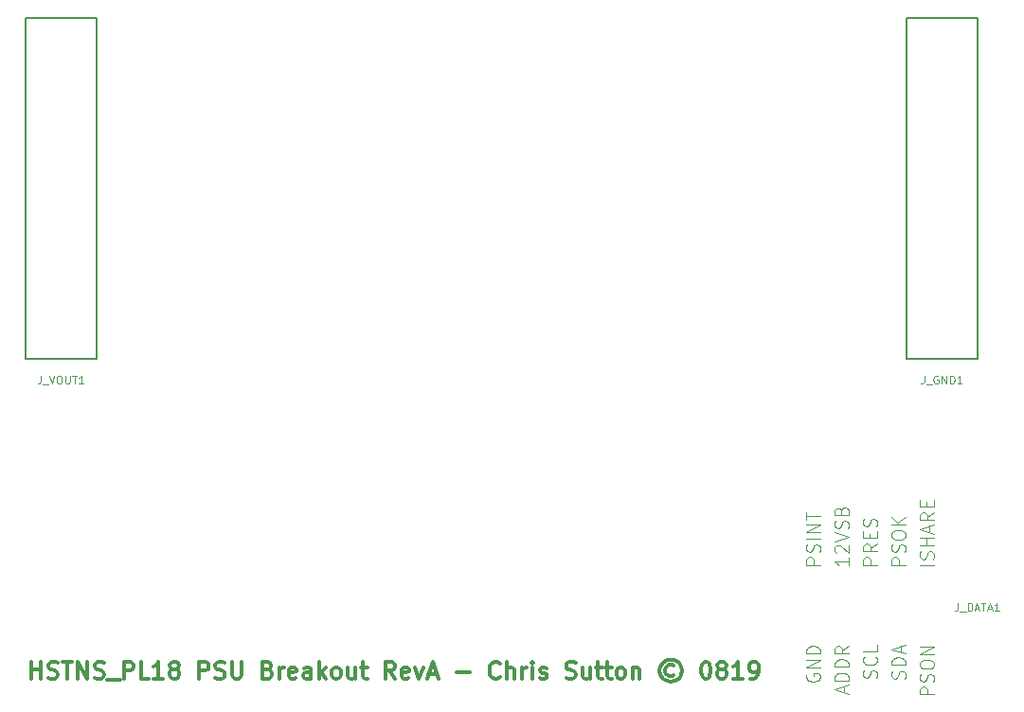
<source format=gbr>
G04 #@! TF.GenerationSoftware,KiCad,Pcbnew,(5.0.0-3-g5ebb6b6)*
G04 #@! TF.CreationDate,2019-02-22T02:30:13+00:00*
G04 #@! TF.ProjectId,ServerPSU_Breakout,5365727665725053555F427265616B6F,rev?*
G04 #@! TF.SameCoordinates,Original*
G04 #@! TF.FileFunction,Legend,Top*
G04 #@! TF.FilePolarity,Positive*
%FSLAX46Y46*%
G04 Gerber Fmt 4.6, Leading zero omitted, Abs format (unit mm)*
G04 Created by KiCad (PCBNEW (5.0.0-3-g5ebb6b6)) date Friday, 22 February 2019 at 02:30:13*
%MOMM*%
%LPD*%
G01*
G04 APERTURE LIST*
%ADD10C,0.300000*%
%ADD11C,0.100000*%
%ADD12C,0.150000*%
G04 APERTURE END LIST*
D10*
X109140714Y-112438571D02*
X109140714Y-110938571D01*
X109140714Y-111652857D02*
X109997857Y-111652857D01*
X109997857Y-112438571D02*
X109997857Y-110938571D01*
X110640714Y-112367142D02*
X110855000Y-112438571D01*
X111212142Y-112438571D01*
X111355000Y-112367142D01*
X111426428Y-112295714D01*
X111497857Y-112152857D01*
X111497857Y-112010000D01*
X111426428Y-111867142D01*
X111355000Y-111795714D01*
X111212142Y-111724285D01*
X110926428Y-111652857D01*
X110783571Y-111581428D01*
X110712142Y-111510000D01*
X110640714Y-111367142D01*
X110640714Y-111224285D01*
X110712142Y-111081428D01*
X110783571Y-111010000D01*
X110926428Y-110938571D01*
X111283571Y-110938571D01*
X111497857Y-111010000D01*
X111926428Y-110938571D02*
X112783571Y-110938571D01*
X112355000Y-112438571D02*
X112355000Y-110938571D01*
X113283571Y-112438571D02*
X113283571Y-110938571D01*
X114140714Y-112438571D01*
X114140714Y-110938571D01*
X114783571Y-112367142D02*
X114997857Y-112438571D01*
X115355000Y-112438571D01*
X115497857Y-112367142D01*
X115569285Y-112295714D01*
X115640714Y-112152857D01*
X115640714Y-112010000D01*
X115569285Y-111867142D01*
X115497857Y-111795714D01*
X115355000Y-111724285D01*
X115069285Y-111652857D01*
X114926428Y-111581428D01*
X114855000Y-111510000D01*
X114783571Y-111367142D01*
X114783571Y-111224285D01*
X114855000Y-111081428D01*
X114926428Y-111010000D01*
X115069285Y-110938571D01*
X115426428Y-110938571D01*
X115640714Y-111010000D01*
X115926428Y-112581428D02*
X117069285Y-112581428D01*
X117426428Y-112438571D02*
X117426428Y-110938571D01*
X117997857Y-110938571D01*
X118140714Y-111010000D01*
X118212142Y-111081428D01*
X118283571Y-111224285D01*
X118283571Y-111438571D01*
X118212142Y-111581428D01*
X118140714Y-111652857D01*
X117997857Y-111724285D01*
X117426428Y-111724285D01*
X119640714Y-112438571D02*
X118926428Y-112438571D01*
X118926428Y-110938571D01*
X120926428Y-112438571D02*
X120069285Y-112438571D01*
X120497857Y-112438571D02*
X120497857Y-110938571D01*
X120355000Y-111152857D01*
X120212142Y-111295714D01*
X120069285Y-111367142D01*
X121783571Y-111581428D02*
X121640714Y-111510000D01*
X121569285Y-111438571D01*
X121497857Y-111295714D01*
X121497857Y-111224285D01*
X121569285Y-111081428D01*
X121640714Y-111010000D01*
X121783571Y-110938571D01*
X122069285Y-110938571D01*
X122212142Y-111010000D01*
X122283571Y-111081428D01*
X122355000Y-111224285D01*
X122355000Y-111295714D01*
X122283571Y-111438571D01*
X122212142Y-111510000D01*
X122069285Y-111581428D01*
X121783571Y-111581428D01*
X121640714Y-111652857D01*
X121569285Y-111724285D01*
X121497857Y-111867142D01*
X121497857Y-112152857D01*
X121569285Y-112295714D01*
X121640714Y-112367142D01*
X121783571Y-112438571D01*
X122069285Y-112438571D01*
X122212142Y-112367142D01*
X122283571Y-112295714D01*
X122355000Y-112152857D01*
X122355000Y-111867142D01*
X122283571Y-111724285D01*
X122212142Y-111652857D01*
X122069285Y-111581428D01*
X124140714Y-112438571D02*
X124140714Y-110938571D01*
X124712142Y-110938571D01*
X124855000Y-111010000D01*
X124926428Y-111081428D01*
X124997857Y-111224285D01*
X124997857Y-111438571D01*
X124926428Y-111581428D01*
X124855000Y-111652857D01*
X124712142Y-111724285D01*
X124140714Y-111724285D01*
X125569285Y-112367142D02*
X125783571Y-112438571D01*
X126140714Y-112438571D01*
X126283571Y-112367142D01*
X126355000Y-112295714D01*
X126426428Y-112152857D01*
X126426428Y-112010000D01*
X126355000Y-111867142D01*
X126283571Y-111795714D01*
X126140714Y-111724285D01*
X125855000Y-111652857D01*
X125712142Y-111581428D01*
X125640714Y-111510000D01*
X125569285Y-111367142D01*
X125569285Y-111224285D01*
X125640714Y-111081428D01*
X125712142Y-111010000D01*
X125855000Y-110938571D01*
X126212142Y-110938571D01*
X126426428Y-111010000D01*
X127069285Y-110938571D02*
X127069285Y-112152857D01*
X127140714Y-112295714D01*
X127212142Y-112367142D01*
X127355000Y-112438571D01*
X127640714Y-112438571D01*
X127783571Y-112367142D01*
X127855000Y-112295714D01*
X127926428Y-112152857D01*
X127926428Y-110938571D01*
X130283571Y-111652857D02*
X130497857Y-111724285D01*
X130569285Y-111795714D01*
X130640714Y-111938571D01*
X130640714Y-112152857D01*
X130569285Y-112295714D01*
X130497857Y-112367142D01*
X130355000Y-112438571D01*
X129783571Y-112438571D01*
X129783571Y-110938571D01*
X130283571Y-110938571D01*
X130426428Y-111010000D01*
X130497857Y-111081428D01*
X130569285Y-111224285D01*
X130569285Y-111367142D01*
X130497857Y-111510000D01*
X130426428Y-111581428D01*
X130283571Y-111652857D01*
X129783571Y-111652857D01*
X131283571Y-112438571D02*
X131283571Y-111438571D01*
X131283571Y-111724285D02*
X131355000Y-111581428D01*
X131426428Y-111510000D01*
X131569285Y-111438571D01*
X131712142Y-111438571D01*
X132783571Y-112367142D02*
X132640714Y-112438571D01*
X132355000Y-112438571D01*
X132212142Y-112367142D01*
X132140714Y-112224285D01*
X132140714Y-111652857D01*
X132212142Y-111510000D01*
X132355000Y-111438571D01*
X132640714Y-111438571D01*
X132783571Y-111510000D01*
X132855000Y-111652857D01*
X132855000Y-111795714D01*
X132140714Y-111938571D01*
X134140714Y-112438571D02*
X134140714Y-111652857D01*
X134069285Y-111510000D01*
X133926428Y-111438571D01*
X133640714Y-111438571D01*
X133497857Y-111510000D01*
X134140714Y-112367142D02*
X133997857Y-112438571D01*
X133640714Y-112438571D01*
X133497857Y-112367142D01*
X133426428Y-112224285D01*
X133426428Y-112081428D01*
X133497857Y-111938571D01*
X133640714Y-111867142D01*
X133997857Y-111867142D01*
X134140714Y-111795714D01*
X134855000Y-112438571D02*
X134855000Y-110938571D01*
X134997857Y-111867142D02*
X135426428Y-112438571D01*
X135426428Y-111438571D02*
X134855000Y-112010000D01*
X136283571Y-112438571D02*
X136140714Y-112367142D01*
X136069285Y-112295714D01*
X135997857Y-112152857D01*
X135997857Y-111724285D01*
X136069285Y-111581428D01*
X136140714Y-111510000D01*
X136283571Y-111438571D01*
X136497857Y-111438571D01*
X136640714Y-111510000D01*
X136712142Y-111581428D01*
X136783571Y-111724285D01*
X136783571Y-112152857D01*
X136712142Y-112295714D01*
X136640714Y-112367142D01*
X136497857Y-112438571D01*
X136283571Y-112438571D01*
X138069285Y-111438571D02*
X138069285Y-112438571D01*
X137426428Y-111438571D02*
X137426428Y-112224285D01*
X137497857Y-112367142D01*
X137640714Y-112438571D01*
X137855000Y-112438571D01*
X137997857Y-112367142D01*
X138069285Y-112295714D01*
X138569285Y-111438571D02*
X139140714Y-111438571D01*
X138783571Y-110938571D02*
X138783571Y-112224285D01*
X138855000Y-112367142D01*
X138997857Y-112438571D01*
X139140714Y-112438571D01*
X141640714Y-112438571D02*
X141140714Y-111724285D01*
X140783571Y-112438571D02*
X140783571Y-110938571D01*
X141355000Y-110938571D01*
X141497857Y-111010000D01*
X141569285Y-111081428D01*
X141640714Y-111224285D01*
X141640714Y-111438571D01*
X141569285Y-111581428D01*
X141497857Y-111652857D01*
X141355000Y-111724285D01*
X140783571Y-111724285D01*
X142855000Y-112367142D02*
X142712142Y-112438571D01*
X142426428Y-112438571D01*
X142283571Y-112367142D01*
X142212142Y-112224285D01*
X142212142Y-111652857D01*
X142283571Y-111510000D01*
X142426428Y-111438571D01*
X142712142Y-111438571D01*
X142855000Y-111510000D01*
X142926428Y-111652857D01*
X142926428Y-111795714D01*
X142212142Y-111938571D01*
X143426428Y-111438571D02*
X143783571Y-112438571D01*
X144140714Y-111438571D01*
X144640714Y-112010000D02*
X145355000Y-112010000D01*
X144497857Y-112438571D02*
X144997857Y-110938571D01*
X145497857Y-112438571D01*
X147140714Y-111867142D02*
X148283571Y-111867142D01*
X150997857Y-112295714D02*
X150926428Y-112367142D01*
X150712142Y-112438571D01*
X150569285Y-112438571D01*
X150355000Y-112367142D01*
X150212142Y-112224285D01*
X150140714Y-112081428D01*
X150069285Y-111795714D01*
X150069285Y-111581428D01*
X150140714Y-111295714D01*
X150212142Y-111152857D01*
X150355000Y-111010000D01*
X150569285Y-110938571D01*
X150712142Y-110938571D01*
X150926428Y-111010000D01*
X150997857Y-111081428D01*
X151640714Y-112438571D02*
X151640714Y-110938571D01*
X152283571Y-112438571D02*
X152283571Y-111652857D01*
X152212142Y-111510000D01*
X152069285Y-111438571D01*
X151855000Y-111438571D01*
X151712142Y-111510000D01*
X151640714Y-111581428D01*
X152997857Y-112438571D02*
X152997857Y-111438571D01*
X152997857Y-111724285D02*
X153069285Y-111581428D01*
X153140714Y-111510000D01*
X153283571Y-111438571D01*
X153426428Y-111438571D01*
X153926428Y-112438571D02*
X153926428Y-111438571D01*
X153926428Y-110938571D02*
X153855000Y-111010000D01*
X153926428Y-111081428D01*
X153997857Y-111010000D01*
X153926428Y-110938571D01*
X153926428Y-111081428D01*
X154569285Y-112367142D02*
X154712142Y-112438571D01*
X154997857Y-112438571D01*
X155140714Y-112367142D01*
X155212142Y-112224285D01*
X155212142Y-112152857D01*
X155140714Y-112010000D01*
X154997857Y-111938571D01*
X154783571Y-111938571D01*
X154640714Y-111867142D01*
X154569285Y-111724285D01*
X154569285Y-111652857D01*
X154640714Y-111510000D01*
X154783571Y-111438571D01*
X154997857Y-111438571D01*
X155140714Y-111510000D01*
X156926428Y-112367142D02*
X157140714Y-112438571D01*
X157497857Y-112438571D01*
X157640714Y-112367142D01*
X157712142Y-112295714D01*
X157783571Y-112152857D01*
X157783571Y-112010000D01*
X157712142Y-111867142D01*
X157640714Y-111795714D01*
X157497857Y-111724285D01*
X157212142Y-111652857D01*
X157069285Y-111581428D01*
X156997857Y-111510000D01*
X156926428Y-111367142D01*
X156926428Y-111224285D01*
X156997857Y-111081428D01*
X157069285Y-111010000D01*
X157212142Y-110938571D01*
X157569285Y-110938571D01*
X157783571Y-111010000D01*
X159069285Y-111438571D02*
X159069285Y-112438571D01*
X158426428Y-111438571D02*
X158426428Y-112224285D01*
X158497857Y-112367142D01*
X158640714Y-112438571D01*
X158855000Y-112438571D01*
X158997857Y-112367142D01*
X159069285Y-112295714D01*
X159569285Y-111438571D02*
X160140714Y-111438571D01*
X159783571Y-110938571D02*
X159783571Y-112224285D01*
X159855000Y-112367142D01*
X159997857Y-112438571D01*
X160140714Y-112438571D01*
X160426428Y-111438571D02*
X160997857Y-111438571D01*
X160640714Y-110938571D02*
X160640714Y-112224285D01*
X160712142Y-112367142D01*
X160855000Y-112438571D01*
X160997857Y-112438571D01*
X161712142Y-112438571D02*
X161569285Y-112367142D01*
X161497857Y-112295714D01*
X161426428Y-112152857D01*
X161426428Y-111724285D01*
X161497857Y-111581428D01*
X161569285Y-111510000D01*
X161712142Y-111438571D01*
X161926428Y-111438571D01*
X162069285Y-111510000D01*
X162140714Y-111581428D01*
X162212142Y-111724285D01*
X162212142Y-112152857D01*
X162140714Y-112295714D01*
X162069285Y-112367142D01*
X161926428Y-112438571D01*
X161712142Y-112438571D01*
X162855000Y-111438571D02*
X162855000Y-112438571D01*
X162855000Y-111581428D02*
X162926428Y-111510000D01*
X163069285Y-111438571D01*
X163283571Y-111438571D01*
X163426428Y-111510000D01*
X163497857Y-111652857D01*
X163497857Y-112438571D01*
X166569285Y-111295714D02*
X166426428Y-111224285D01*
X166140714Y-111224285D01*
X165997857Y-111295714D01*
X165855000Y-111438571D01*
X165783571Y-111581428D01*
X165783571Y-111867142D01*
X165855000Y-112010000D01*
X165997857Y-112152857D01*
X166140714Y-112224285D01*
X166426428Y-112224285D01*
X166569285Y-112152857D01*
X166283571Y-110724285D02*
X165926428Y-110795714D01*
X165569285Y-111010000D01*
X165355000Y-111367142D01*
X165283571Y-111724285D01*
X165355000Y-112081428D01*
X165569285Y-112438571D01*
X165926428Y-112652857D01*
X166283571Y-112724285D01*
X166640714Y-112652857D01*
X166997857Y-112438571D01*
X167212142Y-112081428D01*
X167283571Y-111724285D01*
X167212142Y-111367142D01*
X166997857Y-111010000D01*
X166640714Y-110795714D01*
X166283571Y-110724285D01*
X169355000Y-110938571D02*
X169497857Y-110938571D01*
X169640714Y-111010000D01*
X169712142Y-111081428D01*
X169783571Y-111224285D01*
X169855000Y-111510000D01*
X169855000Y-111867142D01*
X169783571Y-112152857D01*
X169712142Y-112295714D01*
X169640714Y-112367142D01*
X169497857Y-112438571D01*
X169355000Y-112438571D01*
X169212142Y-112367142D01*
X169140714Y-112295714D01*
X169069285Y-112152857D01*
X168997857Y-111867142D01*
X168997857Y-111510000D01*
X169069285Y-111224285D01*
X169140714Y-111081428D01*
X169212142Y-111010000D01*
X169355000Y-110938571D01*
X170712142Y-111581428D02*
X170569285Y-111510000D01*
X170497857Y-111438571D01*
X170426428Y-111295714D01*
X170426428Y-111224285D01*
X170497857Y-111081428D01*
X170569285Y-111010000D01*
X170712142Y-110938571D01*
X170997857Y-110938571D01*
X171140714Y-111010000D01*
X171212142Y-111081428D01*
X171283571Y-111224285D01*
X171283571Y-111295714D01*
X171212142Y-111438571D01*
X171140714Y-111510000D01*
X170997857Y-111581428D01*
X170712142Y-111581428D01*
X170569285Y-111652857D01*
X170497857Y-111724285D01*
X170426428Y-111867142D01*
X170426428Y-112152857D01*
X170497857Y-112295714D01*
X170569285Y-112367142D01*
X170712142Y-112438571D01*
X170997857Y-112438571D01*
X171140714Y-112367142D01*
X171212142Y-112295714D01*
X171283571Y-112152857D01*
X171283571Y-111867142D01*
X171212142Y-111724285D01*
X171140714Y-111652857D01*
X170997857Y-111581428D01*
X172712142Y-112438571D02*
X171855000Y-112438571D01*
X172283571Y-112438571D02*
X172283571Y-110938571D01*
X172140714Y-111152857D01*
X171997857Y-111295714D01*
X171855000Y-111367142D01*
X173426428Y-112438571D02*
X173712142Y-112438571D01*
X173855000Y-112367142D01*
X173926428Y-112295714D01*
X174069285Y-112081428D01*
X174140714Y-111795714D01*
X174140714Y-111224285D01*
X174069285Y-111081428D01*
X173997857Y-111010000D01*
X173855000Y-110938571D01*
X173569285Y-110938571D01*
X173426428Y-111010000D01*
X173355000Y-111081428D01*
X173283571Y-111224285D01*
X173283571Y-111581428D01*
X173355000Y-111724285D01*
X173426428Y-111795714D01*
X173569285Y-111867142D01*
X173855000Y-111867142D01*
X173997857Y-111795714D01*
X174069285Y-111724285D01*
X174140714Y-111581428D01*
D11*
X189772857Y-113856428D02*
X188572857Y-113856428D01*
X188572857Y-113399285D01*
X188630000Y-113285000D01*
X188687142Y-113227857D01*
X188801428Y-113170714D01*
X188972857Y-113170714D01*
X189087142Y-113227857D01*
X189144285Y-113285000D01*
X189201428Y-113399285D01*
X189201428Y-113856428D01*
X189715714Y-112713571D02*
X189772857Y-112542142D01*
X189772857Y-112256428D01*
X189715714Y-112142142D01*
X189658571Y-112085000D01*
X189544285Y-112027857D01*
X189430000Y-112027857D01*
X189315714Y-112085000D01*
X189258571Y-112142142D01*
X189201428Y-112256428D01*
X189144285Y-112485000D01*
X189087142Y-112599285D01*
X189030000Y-112656428D01*
X188915714Y-112713571D01*
X188801428Y-112713571D01*
X188687142Y-112656428D01*
X188630000Y-112599285D01*
X188572857Y-112485000D01*
X188572857Y-112199285D01*
X188630000Y-112027857D01*
X188572857Y-111285000D02*
X188572857Y-111056428D01*
X188630000Y-110942142D01*
X188744285Y-110827857D01*
X188972857Y-110770714D01*
X189372857Y-110770714D01*
X189601428Y-110827857D01*
X189715714Y-110942142D01*
X189772857Y-111056428D01*
X189772857Y-111285000D01*
X189715714Y-111399285D01*
X189601428Y-111513571D01*
X189372857Y-111570714D01*
X188972857Y-111570714D01*
X188744285Y-111513571D01*
X188630000Y-111399285D01*
X188572857Y-111285000D01*
X189772857Y-110256428D02*
X188572857Y-110256428D01*
X189772857Y-109570714D01*
X188572857Y-109570714D01*
X189772857Y-102265285D02*
X188572857Y-102265285D01*
X189715714Y-101751000D02*
X189772857Y-101579571D01*
X189772857Y-101293857D01*
X189715714Y-101179571D01*
X189658571Y-101122428D01*
X189544285Y-101065285D01*
X189430000Y-101065285D01*
X189315714Y-101122428D01*
X189258571Y-101179571D01*
X189201428Y-101293857D01*
X189144285Y-101522428D01*
X189087142Y-101636714D01*
X189030000Y-101693857D01*
X188915714Y-101751000D01*
X188801428Y-101751000D01*
X188687142Y-101693857D01*
X188630000Y-101636714D01*
X188572857Y-101522428D01*
X188572857Y-101236714D01*
X188630000Y-101065285D01*
X189772857Y-100551000D02*
X188572857Y-100551000D01*
X189144285Y-100551000D02*
X189144285Y-99865285D01*
X189772857Y-99865285D02*
X188572857Y-99865285D01*
X189430000Y-99351000D02*
X189430000Y-98779571D01*
X189772857Y-99465285D02*
X188572857Y-99065285D01*
X189772857Y-98665285D01*
X189772857Y-97579571D02*
X189201428Y-97979571D01*
X189772857Y-98265285D02*
X188572857Y-98265285D01*
X188572857Y-97808142D01*
X188630000Y-97693857D01*
X188687142Y-97636714D01*
X188801428Y-97579571D01*
X188972857Y-97579571D01*
X189087142Y-97636714D01*
X189144285Y-97693857D01*
X189201428Y-97808142D01*
X189201428Y-98265285D01*
X189144285Y-97065285D02*
X189144285Y-96665285D01*
X189772857Y-96493857D02*
X189772857Y-97065285D01*
X188572857Y-97065285D01*
X188572857Y-96493857D01*
X187232857Y-102265285D02*
X186032857Y-102265285D01*
X186032857Y-101808142D01*
X186090000Y-101693857D01*
X186147142Y-101636714D01*
X186261428Y-101579571D01*
X186432857Y-101579571D01*
X186547142Y-101636714D01*
X186604285Y-101693857D01*
X186661428Y-101808142D01*
X186661428Y-102265285D01*
X187175714Y-101122428D02*
X187232857Y-100951000D01*
X187232857Y-100665285D01*
X187175714Y-100551000D01*
X187118571Y-100493857D01*
X187004285Y-100436714D01*
X186890000Y-100436714D01*
X186775714Y-100493857D01*
X186718571Y-100551000D01*
X186661428Y-100665285D01*
X186604285Y-100893857D01*
X186547142Y-101008142D01*
X186490000Y-101065285D01*
X186375714Y-101122428D01*
X186261428Y-101122428D01*
X186147142Y-101065285D01*
X186090000Y-101008142D01*
X186032857Y-100893857D01*
X186032857Y-100608142D01*
X186090000Y-100436714D01*
X186032857Y-99693857D02*
X186032857Y-99465285D01*
X186090000Y-99351000D01*
X186204285Y-99236714D01*
X186432857Y-99179571D01*
X186832857Y-99179571D01*
X187061428Y-99236714D01*
X187175714Y-99351000D01*
X187232857Y-99465285D01*
X187232857Y-99693857D01*
X187175714Y-99808142D01*
X187061428Y-99922428D01*
X186832857Y-99979571D01*
X186432857Y-99979571D01*
X186204285Y-99922428D01*
X186090000Y-99808142D01*
X186032857Y-99693857D01*
X187232857Y-98665285D02*
X186032857Y-98665285D01*
X187232857Y-97979571D02*
X186547142Y-98493857D01*
X186032857Y-97979571D02*
X186718571Y-98665285D01*
X184692857Y-102265285D02*
X183492857Y-102265285D01*
X183492857Y-101808142D01*
X183550000Y-101693857D01*
X183607142Y-101636714D01*
X183721428Y-101579571D01*
X183892857Y-101579571D01*
X184007142Y-101636714D01*
X184064285Y-101693857D01*
X184121428Y-101808142D01*
X184121428Y-102265285D01*
X184692857Y-100379571D02*
X184121428Y-100779571D01*
X184692857Y-101065285D02*
X183492857Y-101065285D01*
X183492857Y-100608142D01*
X183550000Y-100493857D01*
X183607142Y-100436714D01*
X183721428Y-100379571D01*
X183892857Y-100379571D01*
X184007142Y-100436714D01*
X184064285Y-100493857D01*
X184121428Y-100608142D01*
X184121428Y-101065285D01*
X184064285Y-99865285D02*
X184064285Y-99465285D01*
X184692857Y-99293857D02*
X184692857Y-99865285D01*
X183492857Y-99865285D01*
X183492857Y-99293857D01*
X184635714Y-98836714D02*
X184692857Y-98665285D01*
X184692857Y-98379571D01*
X184635714Y-98265285D01*
X184578571Y-98208142D01*
X184464285Y-98151000D01*
X184350000Y-98151000D01*
X184235714Y-98208142D01*
X184178571Y-98265285D01*
X184121428Y-98379571D01*
X184064285Y-98608142D01*
X184007142Y-98722428D01*
X183950000Y-98779571D01*
X183835714Y-98836714D01*
X183721428Y-98836714D01*
X183607142Y-98779571D01*
X183550000Y-98722428D01*
X183492857Y-98608142D01*
X183492857Y-98322428D01*
X183550000Y-98151000D01*
X182152857Y-101636714D02*
X182152857Y-102322428D01*
X182152857Y-101979571D02*
X180952857Y-101979571D01*
X181124285Y-102093857D01*
X181238571Y-102208142D01*
X181295714Y-102322428D01*
X181067142Y-101179571D02*
X181010000Y-101122428D01*
X180952857Y-101008142D01*
X180952857Y-100722428D01*
X181010000Y-100608142D01*
X181067142Y-100551000D01*
X181181428Y-100493857D01*
X181295714Y-100493857D01*
X181467142Y-100551000D01*
X182152857Y-101236714D01*
X182152857Y-100493857D01*
X180952857Y-100151000D02*
X182152857Y-99751000D01*
X180952857Y-99351000D01*
X182095714Y-99008142D02*
X182152857Y-98836714D01*
X182152857Y-98551000D01*
X182095714Y-98436714D01*
X182038571Y-98379571D01*
X181924285Y-98322428D01*
X181810000Y-98322428D01*
X181695714Y-98379571D01*
X181638571Y-98436714D01*
X181581428Y-98551000D01*
X181524285Y-98779571D01*
X181467142Y-98893857D01*
X181410000Y-98951000D01*
X181295714Y-99008142D01*
X181181428Y-99008142D01*
X181067142Y-98951000D01*
X181010000Y-98893857D01*
X180952857Y-98779571D01*
X180952857Y-98493857D01*
X181010000Y-98322428D01*
X181524285Y-97408142D02*
X181581428Y-97236714D01*
X181638571Y-97179571D01*
X181752857Y-97122428D01*
X181924285Y-97122428D01*
X182038571Y-97179571D01*
X182095714Y-97236714D01*
X182152857Y-97351000D01*
X182152857Y-97808142D01*
X180952857Y-97808142D01*
X180952857Y-97408142D01*
X181010000Y-97293857D01*
X181067142Y-97236714D01*
X181181428Y-97179571D01*
X181295714Y-97179571D01*
X181410000Y-97236714D01*
X181467142Y-97293857D01*
X181524285Y-97408142D01*
X181524285Y-97808142D01*
X179612857Y-102265285D02*
X178412857Y-102265285D01*
X178412857Y-101808142D01*
X178470000Y-101693857D01*
X178527142Y-101636714D01*
X178641428Y-101579571D01*
X178812857Y-101579571D01*
X178927142Y-101636714D01*
X178984285Y-101693857D01*
X179041428Y-101808142D01*
X179041428Y-102265285D01*
X179555714Y-101122428D02*
X179612857Y-100951000D01*
X179612857Y-100665285D01*
X179555714Y-100551000D01*
X179498571Y-100493857D01*
X179384285Y-100436714D01*
X179270000Y-100436714D01*
X179155714Y-100493857D01*
X179098571Y-100551000D01*
X179041428Y-100665285D01*
X178984285Y-100893857D01*
X178927142Y-101008142D01*
X178870000Y-101065285D01*
X178755714Y-101122428D01*
X178641428Y-101122428D01*
X178527142Y-101065285D01*
X178470000Y-101008142D01*
X178412857Y-100893857D01*
X178412857Y-100608142D01*
X178470000Y-100436714D01*
X179612857Y-99922428D02*
X178412857Y-99922428D01*
X179612857Y-99351000D02*
X178412857Y-99351000D01*
X179612857Y-98665285D01*
X178412857Y-98665285D01*
X178412857Y-98265285D02*
X178412857Y-97579571D01*
X179612857Y-97922428D02*
X178412857Y-97922428D01*
X187175714Y-112427857D02*
X187232857Y-112256428D01*
X187232857Y-111970714D01*
X187175714Y-111856428D01*
X187118571Y-111799285D01*
X187004285Y-111742142D01*
X186890000Y-111742142D01*
X186775714Y-111799285D01*
X186718571Y-111856428D01*
X186661428Y-111970714D01*
X186604285Y-112199285D01*
X186547142Y-112313571D01*
X186490000Y-112370714D01*
X186375714Y-112427857D01*
X186261428Y-112427857D01*
X186147142Y-112370714D01*
X186090000Y-112313571D01*
X186032857Y-112199285D01*
X186032857Y-111913571D01*
X186090000Y-111742142D01*
X187232857Y-111227857D02*
X186032857Y-111227857D01*
X186032857Y-110942142D01*
X186090000Y-110770714D01*
X186204285Y-110656428D01*
X186318571Y-110599285D01*
X186547142Y-110542142D01*
X186718571Y-110542142D01*
X186947142Y-110599285D01*
X187061428Y-110656428D01*
X187175714Y-110770714D01*
X187232857Y-110942142D01*
X187232857Y-111227857D01*
X186890000Y-110085000D02*
X186890000Y-109513571D01*
X187232857Y-110199285D02*
X186032857Y-109799285D01*
X187232857Y-109399285D01*
X184635714Y-112370714D02*
X184692857Y-112199285D01*
X184692857Y-111913571D01*
X184635714Y-111799285D01*
X184578571Y-111742142D01*
X184464285Y-111685000D01*
X184350000Y-111685000D01*
X184235714Y-111742142D01*
X184178571Y-111799285D01*
X184121428Y-111913571D01*
X184064285Y-112142142D01*
X184007142Y-112256428D01*
X183950000Y-112313571D01*
X183835714Y-112370714D01*
X183721428Y-112370714D01*
X183607142Y-112313571D01*
X183550000Y-112256428D01*
X183492857Y-112142142D01*
X183492857Y-111856428D01*
X183550000Y-111685000D01*
X184578571Y-110485000D02*
X184635714Y-110542142D01*
X184692857Y-110713571D01*
X184692857Y-110827857D01*
X184635714Y-110999285D01*
X184521428Y-111113571D01*
X184407142Y-111170714D01*
X184178571Y-111227857D01*
X184007142Y-111227857D01*
X183778571Y-111170714D01*
X183664285Y-111113571D01*
X183550000Y-110999285D01*
X183492857Y-110827857D01*
X183492857Y-110713571D01*
X183550000Y-110542142D01*
X183607142Y-110485000D01*
X184692857Y-109399285D02*
X184692857Y-109970714D01*
X183492857Y-109970714D01*
X178470000Y-112027857D02*
X178412857Y-112142142D01*
X178412857Y-112313571D01*
X178470000Y-112485000D01*
X178584285Y-112599285D01*
X178698571Y-112656428D01*
X178927142Y-112713571D01*
X179098571Y-112713571D01*
X179327142Y-112656428D01*
X179441428Y-112599285D01*
X179555714Y-112485000D01*
X179612857Y-112313571D01*
X179612857Y-112199285D01*
X179555714Y-112027857D01*
X179498571Y-111970714D01*
X179098571Y-111970714D01*
X179098571Y-112199285D01*
X179612857Y-111456428D02*
X178412857Y-111456428D01*
X179612857Y-110770714D01*
X178412857Y-110770714D01*
X179612857Y-110199285D02*
X178412857Y-110199285D01*
X178412857Y-109913571D01*
X178470000Y-109742142D01*
X178584285Y-109627857D01*
X178698571Y-109570714D01*
X178927142Y-109513571D01*
X179098571Y-109513571D01*
X179327142Y-109570714D01*
X179441428Y-109627857D01*
X179555714Y-109742142D01*
X179612857Y-109913571D01*
X179612857Y-110199285D01*
X181810000Y-113685000D02*
X181810000Y-113113571D01*
X182152857Y-113799285D02*
X180952857Y-113399285D01*
X182152857Y-112999285D01*
X182152857Y-112599285D02*
X180952857Y-112599285D01*
X180952857Y-112313571D01*
X181010000Y-112142142D01*
X181124285Y-112027857D01*
X181238571Y-111970714D01*
X181467142Y-111913571D01*
X181638571Y-111913571D01*
X181867142Y-111970714D01*
X181981428Y-112027857D01*
X182095714Y-112142142D01*
X182152857Y-112313571D01*
X182152857Y-112599285D01*
X182152857Y-111399285D02*
X180952857Y-111399285D01*
X180952857Y-111113571D01*
X181010000Y-110942142D01*
X181124285Y-110827857D01*
X181238571Y-110770714D01*
X181467142Y-110713571D01*
X181638571Y-110713571D01*
X181867142Y-110770714D01*
X181981428Y-110827857D01*
X182095714Y-110942142D01*
X182152857Y-111113571D01*
X182152857Y-111399285D01*
X182152857Y-109513571D02*
X181581428Y-109913571D01*
X182152857Y-110199285D02*
X180952857Y-110199285D01*
X180952857Y-109742142D01*
X181010000Y-109627857D01*
X181067142Y-109570714D01*
X181181428Y-109513571D01*
X181352857Y-109513571D01*
X181467142Y-109570714D01*
X181524285Y-109627857D01*
X181581428Y-109742142D01*
X181581428Y-110199285D01*
D12*
G04 #@! TO.C,J_GND1*
X193675000Y-53340000D02*
X193675000Y-83820000D01*
X187325000Y-53340000D02*
X193675000Y-53340000D01*
X187325000Y-83820000D02*
X187325000Y-53340000D01*
X193675000Y-83820000D02*
X187325000Y-83820000D01*
G04 #@! TO.C,J_VOUT1*
X114935000Y-83820000D02*
X108585000Y-83820000D01*
X108585000Y-83820000D02*
X108585000Y-53340000D01*
X108585000Y-53340000D02*
X114935000Y-53340000D01*
X114935000Y-53340000D02*
X114935000Y-83820000D01*
G04 #@! TO.C,J_GND1*
D11*
X188933333Y-85341666D02*
X188933333Y-85841666D01*
X188900000Y-85941666D01*
X188833333Y-86008333D01*
X188733333Y-86041666D01*
X188666666Y-86041666D01*
X189100000Y-86108333D02*
X189633333Y-86108333D01*
X190166666Y-85375000D02*
X190100000Y-85341666D01*
X190000000Y-85341666D01*
X189900000Y-85375000D01*
X189833333Y-85441666D01*
X189800000Y-85508333D01*
X189766666Y-85641666D01*
X189766666Y-85741666D01*
X189800000Y-85875000D01*
X189833333Y-85941666D01*
X189900000Y-86008333D01*
X190000000Y-86041666D01*
X190066666Y-86041666D01*
X190166666Y-86008333D01*
X190200000Y-85975000D01*
X190200000Y-85741666D01*
X190066666Y-85741666D01*
X190500000Y-86041666D02*
X190500000Y-85341666D01*
X190900000Y-86041666D01*
X190900000Y-85341666D01*
X191233333Y-86041666D02*
X191233333Y-85341666D01*
X191400000Y-85341666D01*
X191500000Y-85375000D01*
X191566666Y-85441666D01*
X191600000Y-85508333D01*
X191633333Y-85641666D01*
X191633333Y-85741666D01*
X191600000Y-85875000D01*
X191566666Y-85941666D01*
X191500000Y-86008333D01*
X191400000Y-86041666D01*
X191233333Y-86041666D01*
X192300000Y-86041666D02*
X191900000Y-86041666D01*
X192100000Y-86041666D02*
X192100000Y-85341666D01*
X192033333Y-85441666D01*
X191966666Y-85508333D01*
X191900000Y-85541666D01*
G04 #@! TO.C,J_VOUT1*
X109960000Y-85341666D02*
X109960000Y-85841666D01*
X109926666Y-85941666D01*
X109860000Y-86008333D01*
X109760000Y-86041666D01*
X109693333Y-86041666D01*
X110126666Y-86108333D02*
X110660000Y-86108333D01*
X110726666Y-85341666D02*
X110960000Y-86041666D01*
X111193333Y-85341666D01*
X111560000Y-85341666D02*
X111693333Y-85341666D01*
X111760000Y-85375000D01*
X111826666Y-85441666D01*
X111860000Y-85575000D01*
X111860000Y-85808333D01*
X111826666Y-85941666D01*
X111760000Y-86008333D01*
X111693333Y-86041666D01*
X111560000Y-86041666D01*
X111493333Y-86008333D01*
X111426666Y-85941666D01*
X111393333Y-85808333D01*
X111393333Y-85575000D01*
X111426666Y-85441666D01*
X111493333Y-85375000D01*
X111560000Y-85341666D01*
X112160000Y-85341666D02*
X112160000Y-85908333D01*
X112193333Y-85975000D01*
X112226666Y-86008333D01*
X112293333Y-86041666D01*
X112426666Y-86041666D01*
X112493333Y-86008333D01*
X112526666Y-85975000D01*
X112560000Y-85908333D01*
X112560000Y-85341666D01*
X112793333Y-85341666D02*
X113193333Y-85341666D01*
X112993333Y-86041666D02*
X112993333Y-85341666D01*
X113793333Y-86041666D02*
X113393333Y-86041666D01*
X113593333Y-86041666D02*
X113593333Y-85341666D01*
X113526666Y-85441666D01*
X113460000Y-85508333D01*
X113393333Y-85541666D01*
G04 #@! TO.C,J_DATA1*
X191958333Y-105661666D02*
X191958333Y-106161666D01*
X191925000Y-106261666D01*
X191858333Y-106328333D01*
X191758333Y-106361666D01*
X191691666Y-106361666D01*
X192125000Y-106428333D02*
X192658333Y-106428333D01*
X192825000Y-106361666D02*
X192825000Y-105661666D01*
X192991666Y-105661666D01*
X193091666Y-105695000D01*
X193158333Y-105761666D01*
X193191666Y-105828333D01*
X193225000Y-105961666D01*
X193225000Y-106061666D01*
X193191666Y-106195000D01*
X193158333Y-106261666D01*
X193091666Y-106328333D01*
X192991666Y-106361666D01*
X192825000Y-106361666D01*
X193491666Y-106161666D02*
X193825000Y-106161666D01*
X193425000Y-106361666D02*
X193658333Y-105661666D01*
X193891666Y-106361666D01*
X194025000Y-105661666D02*
X194425000Y-105661666D01*
X194225000Y-106361666D02*
X194225000Y-105661666D01*
X194625000Y-106161666D02*
X194958333Y-106161666D01*
X194558333Y-106361666D02*
X194791666Y-105661666D01*
X195025000Y-106361666D01*
X195625000Y-106361666D02*
X195225000Y-106361666D01*
X195425000Y-106361666D02*
X195425000Y-105661666D01*
X195358333Y-105761666D01*
X195291666Y-105828333D01*
X195225000Y-105861666D01*
G04 #@! TD*
M02*

</source>
